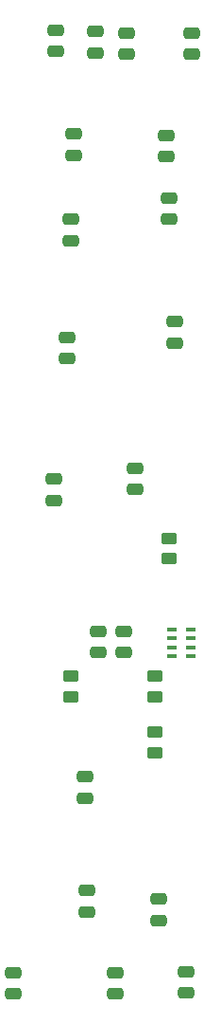
<source format=gbp>
%TF.GenerationSoftware,KiCad,Pcbnew,7.0.5*%
%TF.CreationDate,2024-02-22T15:57:56+02:00*%
%TF.ProjectId,W65C816 Breakout,57363543-3831-4362-9042-7265616b6f75,V1*%
%TF.SameCoordinates,PX525bfc0PY43d3480*%
%TF.FileFunction,Paste,Bot*%
%TF.FilePolarity,Positive*%
%FSLAX46Y46*%
G04 Gerber Fmt 4.6, Leading zero omitted, Abs format (unit mm)*
G04 Created by KiCad (PCBNEW 7.0.5) date 2024-02-22 15:57:56*
%MOMM*%
%LPD*%
G01*
G04 APERTURE LIST*
G04 Aperture macros list*
%AMRoundRect*
0 Rectangle with rounded corners*
0 $1 Rounding radius*
0 $2 $3 $4 $5 $6 $7 $8 $9 X,Y pos of 4 corners*
0 Add a 4 corners polygon primitive as box body*
4,1,4,$2,$3,$4,$5,$6,$7,$8,$9,$2,$3,0*
0 Add four circle primitives for the rounded corners*
1,1,$1+$1,$2,$3*
1,1,$1+$1,$4,$5*
1,1,$1+$1,$6,$7*
1,1,$1+$1,$8,$9*
0 Add four rect primitives between the rounded corners*
20,1,$1+$1,$2,$3,$4,$5,0*
20,1,$1+$1,$4,$5,$6,$7,0*
20,1,$1+$1,$6,$7,$8,$9,0*
20,1,$1+$1,$8,$9,$2,$3,0*%
G04 Aperture macros list end*
%ADD10R,0.900000X0.450000*%
%ADD11RoundRect,0.250000X-0.475000X0.250000X-0.475000X-0.250000X0.475000X-0.250000X0.475000X0.250000X0*%
%ADD12RoundRect,0.250000X0.475000X-0.250000X0.475000X0.250000X-0.475000X0.250000X-0.475000X-0.250000X0*%
%ADD13RoundRect,0.250000X0.450000X-0.262500X0.450000X0.262500X-0.450000X0.262500X-0.450000X-0.262500X0*%
G04 APERTURE END LIST*
D10*
%TO.C,RN4*%
X19059600Y-52558800D03*
X19059600Y-51758800D03*
X19059600Y-50958800D03*
X19059600Y-50158800D03*
X20759600Y-50158800D03*
X20759600Y-50958800D03*
X20759600Y-51758800D03*
X20759600Y-52558800D03*
%TD*%
D11*
%TO.C,C18*%
X18796000Y-11639000D03*
X18796000Y-13539000D03*
%TD*%
D12*
%TO.C,C4*%
X8509000Y-38653000D03*
X8509000Y-36753000D03*
%TD*%
D11*
%TO.C,C6*%
X19304000Y-22688000D03*
X19304000Y-24588000D03*
%TD*%
%TO.C,C41*%
X12192000Y3220000D03*
X12192000Y1320000D03*
%TD*%
D13*
%TO.C,R4*%
X17536000Y-56157500D03*
X17536000Y-54332500D03*
%TD*%
D11*
%TO.C,C2*%
X15748000Y-35769000D03*
X15748000Y-37669000D03*
%TD*%
%TO.C,C3*%
X10033000Y-13544000D03*
X10033000Y-15444000D03*
%TD*%
D12*
%TO.C,C13*%
X20320000Y-82620400D03*
X20320000Y-80720400D03*
%TD*%
D11*
%TO.C,C10*%
X17907000Y-74250000D03*
X17907000Y-76150000D03*
%TD*%
%TO.C,C11*%
X18542000Y-6051000D03*
X18542000Y-7951000D03*
%TD*%
%TO.C,C17*%
X11303000Y-63328000D03*
X11303000Y-65228000D03*
%TD*%
%TO.C,C23*%
X20828000Y3093000D03*
X20828000Y1193000D03*
%TD*%
D12*
%TO.C,C16*%
X12446000Y-52242000D03*
X12446000Y-50342000D03*
%TD*%
D11*
%TO.C,C9*%
X11430000Y-73488000D03*
X11430000Y-75388000D03*
%TD*%
%TO.C,C15*%
X8636000Y3347000D03*
X8636000Y1447000D03*
%TD*%
D13*
%TO.C,R2*%
X17536000Y-61161300D03*
X17536000Y-59336300D03*
%TD*%
D12*
%TO.C,C7*%
X13970000Y-82722000D03*
X13970000Y-80822000D03*
%TD*%
D11*
%TO.C,C14*%
X9652000Y-24085000D03*
X9652000Y-25985000D03*
%TD*%
%TO.C,C42*%
X14986000Y3093000D03*
X14986000Y1193000D03*
%TD*%
D13*
%TO.C,R1*%
X18806000Y-43838500D03*
X18806000Y-42013500D03*
%TD*%
D12*
%TO.C,C1*%
X4826000Y-82722000D03*
X4826000Y-80822000D03*
%TD*%
D11*
%TO.C,C12*%
X10287000Y-5924000D03*
X10287000Y-7824000D03*
%TD*%
D13*
%TO.C,R3*%
X10043000Y-56157500D03*
X10043000Y-54332500D03*
%TD*%
D12*
%TO.C,C5*%
X14732000Y-52242000D03*
X14732000Y-50342000D03*
%TD*%
M02*

</source>
